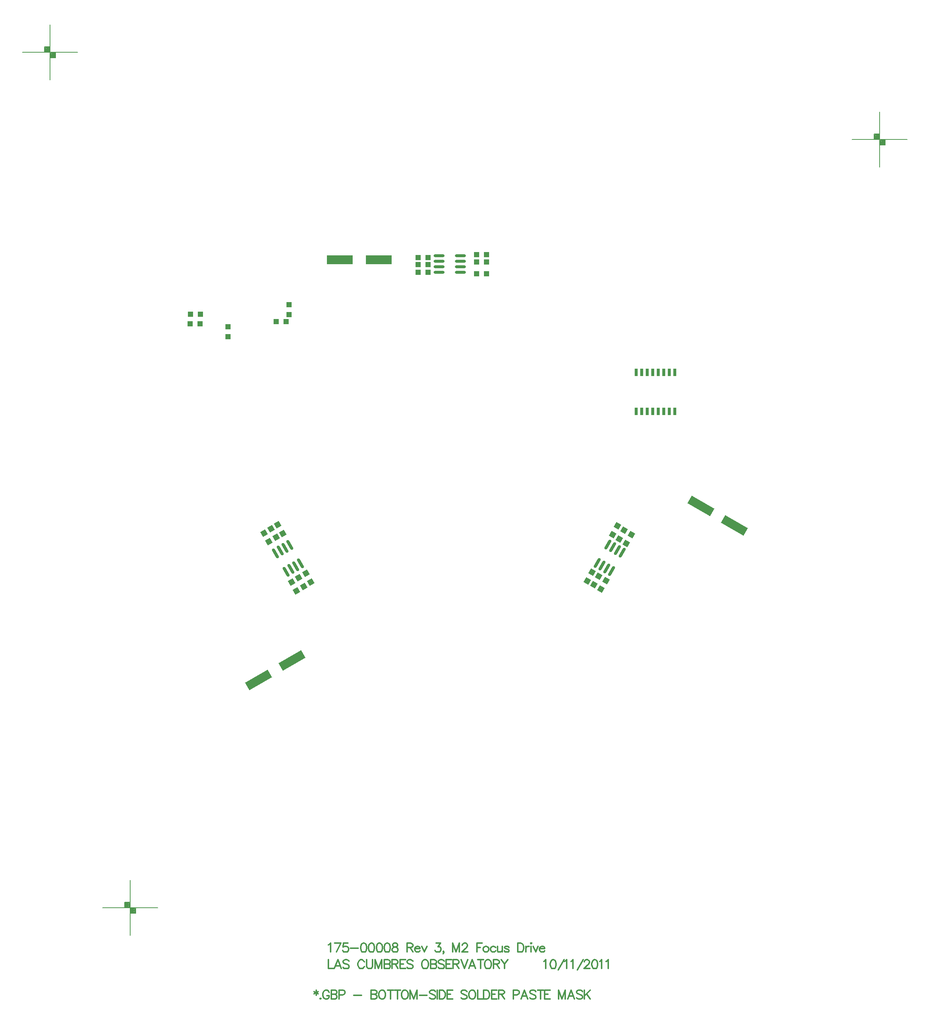
<source format=gbp>
%FSLAX23Y23*%
%MOIN*%
G70*
G01*
G75*
G04 Layer_Color=128*
%ADD10R,0.057X0.012*%
%ADD11R,0.025X0.185*%
%ADD12R,0.025X0.100*%
%ADD13O,0.079X0.024*%
%ADD14R,0.070X0.135*%
%ADD15R,0.036X0.036*%
%ADD16R,0.094X0.102*%
G04:AMPARAMS|DCode=17|XSize=78mil|YSize=48mil|CornerRadius=0mil|HoleSize=0mil|Usage=FLASHONLY|Rotation=240.000|XOffset=0mil|YOffset=0mil|HoleType=Round|Shape=Rectangle|*
%AMROTATEDRECTD17*
4,1,4,-0.001,0.046,0.040,0.022,0.001,-0.046,-0.040,-0.022,-0.001,0.046,0.0*
%
%ADD17ROTATEDRECTD17*%

%ADD18R,0.063X0.075*%
%ADD19R,0.050X0.050*%
%ADD20R,0.209X0.079*%
%ADD21R,0.200X0.040*%
%ADD22R,0.200X0.150*%
%ADD23R,0.087X0.059*%
%ADD24R,0.060X0.126*%
%ADD25O,0.012X0.069*%
%ADD26R,0.065X0.094*%
%ADD27O,0.027X0.010*%
%ADD28O,0.024X0.010*%
%ADD29R,0.039X0.059*%
%ADD30R,0.040X0.067*%
%ADD31R,0.051X0.059*%
%ADD32R,0.059X0.051*%
%ADD33O,0.098X0.028*%
%ADD34R,0.050X0.050*%
%ADD35R,0.048X0.078*%
%ADD36R,0.078X0.048*%
G04:AMPARAMS|DCode=37|XSize=78mil|YSize=48mil|CornerRadius=0mil|HoleSize=0mil|Usage=FLASHONLY|Rotation=120.000|XOffset=0mil|YOffset=0mil|HoleType=Round|Shape=Rectangle|*
%AMROTATEDRECTD37*
4,1,4,0.040,-0.022,-0.001,-0.046,-0.040,0.022,0.001,0.046,0.040,-0.022,0.0*
%
%ADD37ROTATEDRECTD37*%

%ADD38R,0.067X0.040*%
G04:AMPARAMS|DCode=39|XSize=135mil|YSize=70mil|CornerRadius=0mil|HoleSize=0mil|Usage=FLASHONLY|Rotation=30.000|XOffset=0mil|YOffset=0mil|HoleType=Round|Shape=Rectangle|*
%AMROTATEDRECTD39*
4,1,4,-0.041,-0.064,-0.076,-0.003,0.041,0.064,0.076,0.003,-0.041,-0.064,0.0*
%
%ADD39ROTATEDRECTD39*%

G04:AMPARAMS|DCode=40|XSize=135mil|YSize=70mil|CornerRadius=0mil|HoleSize=0mil|Usage=FLASHONLY|Rotation=150.000|XOffset=0mil|YOffset=0mil|HoleType=Round|Shape=Rectangle|*
%AMROTATEDRECTD40*
4,1,4,0.076,-0.003,0.041,-0.064,-0.076,0.003,-0.041,0.064,0.076,-0.003,0.0*
%
%ADD40ROTATEDRECTD40*%

%ADD41C,0.020*%
%ADD42C,0.005*%
%ADD43C,0.010*%
%ADD44C,0.050*%
%ADD45C,0.030*%
%ADD46C,0.012*%
%ADD47C,0.008*%
%ADD48C,0.012*%
%ADD49C,0.012*%
%ADD50R,0.079X0.039*%
%ADD51O,0.079X0.039*%
%ADD52C,0.079*%
%ADD53C,0.157*%
%ADD54C,0.120*%
%ADD55C,0.220*%
%ADD56C,0.039*%
%ADD57C,0.085*%
%ADD58C,0.055*%
%ADD59C,0.116*%
%ADD60P,0.078X4X165.0*%
%ADD61C,0.059*%
%ADD62P,0.084X4X255.0*%
%ADD63C,0.050*%
%ADD64P,0.099X4X105.0*%
%ADD65C,0.070*%
%ADD66C,0.219*%
%ADD67R,0.098X0.098*%
%ADD68C,0.098*%
%ADD69R,0.059X0.059*%
%ADD70C,0.059*%
%ADD71P,0.084X4X285.0*%
%ADD72P,0.084X4X195.0*%
%ADD73P,0.084X4X255.0*%
%ADD74R,0.059X0.059*%
%ADD75P,0.084X4X345.0*%
%ADD76R,0.070X0.070*%
%ADD77P,0.099X4X345.0*%
%ADD78P,0.084X4X375.0*%
%ADD79R,0.059X0.059*%
%ADD80C,0.335*%
%ADD81C,0.531*%
%ADD82C,0.413*%
%ADD83C,0.236*%
%ADD84C,0.026*%
%ADD85C,0.024*%
%ADD86C,0.030*%
%ADD87C,0.020*%
%ADD88C,0.040*%
%ADD89C,0.070*%
%ADD90C,0.076*%
%ADD91C,0.131*%
G04:AMPARAMS|DCode=92|XSize=130mil|YSize=130mil|CornerRadius=0mil|HoleSize=0mil|Usage=FLASHONLY|Rotation=0.000|XOffset=0mil|YOffset=0mil|HoleType=Round|Shape=Relief|Width=10mil|Gap=10mil|Entries=4|*
%AMTHD92*
7,0,0,0.130,0.110,0.010,45*
%
%ADD92THD92*%
%ADD93C,0.110*%
%ADD94C,0.206*%
%ADD95C,0.080*%
%ADD96C,0.102*%
%ADD97C,0.075*%
%ADD98C,0.168*%
%ADD99C,0.075*%
G04:AMPARAMS|DCode=100|XSize=95.433mil|YSize=95.433mil|CornerRadius=0mil|HoleSize=0mil|Usage=FLASHONLY|Rotation=0.000|XOffset=0mil|YOffset=0mil|HoleType=Round|Shape=Relief|Width=10mil|Gap=10mil|Entries=4|*
%AMTHD100*
7,0,0,0.095,0.075,0.010,45*
%
%ADD100THD100*%
%ADD101C,0.080*%
%ADD102C,0.099*%
%ADD103C,0.075*%
%ADD104C,0.375*%
%ADD105C,0.571*%
%ADD106C,0.257*%
%ADD107C,0.158*%
%ADD108C,0.053*%
%ADD109C,0.052*%
%ADD110C,0.065*%
G04:AMPARAMS|DCode=111|XSize=89.528mil|YSize=89.528mil|CornerRadius=0mil|HoleSize=0mil|Usage=FLASHONLY|Rotation=0.000|XOffset=0mil|YOffset=0mil|HoleType=Round|Shape=Relief|Width=10mil|Gap=10mil|Entries=4|*
%AMTHD111*
7,0,0,0.090,0.070,0.010,45*
%
%ADD111THD111*%
G04:AMPARAMS|DCode=112|XSize=96.221mil|YSize=96.221mil|CornerRadius=0mil|HoleSize=0mil|Usage=FLASHONLY|Rotation=0.000|XOffset=0mil|YOffset=0mil|HoleType=Round|Shape=Relief|Width=10mil|Gap=10mil|Entries=4|*
%AMTHD112*
7,0,0,0.096,0.076,0.010,45*
%
%ADD112THD112*%
G04:AMPARAMS|DCode=113|XSize=150.551mil|YSize=150.551mil|CornerRadius=0mil|HoleSize=0mil|Usage=FLASHONLY|Rotation=0.000|XOffset=0mil|YOffset=0mil|HoleType=Round|Shape=Relief|Width=10mil|Gap=10mil|Entries=4|*
%AMTHD113*
7,0,0,0.151,0.131,0.010,45*
%
%ADD113THD113*%
G04:AMPARAMS|DCode=114|XSize=122mil|YSize=122mil|CornerRadius=0mil|HoleSize=0mil|Usage=FLASHONLY|Rotation=0.000|XOffset=0mil|YOffset=0mil|HoleType=Round|Shape=Relief|Width=10mil|Gap=10mil|Entries=4|*
%AMTHD114*
7,0,0,0.122,0.102,0.010,45*
%
%ADD114THD114*%
G04:AMPARAMS|DCode=115|XSize=95mil|YSize=95mil|CornerRadius=0mil|HoleSize=0mil|Usage=FLASHONLY|Rotation=0.000|XOffset=0mil|YOffset=0mil|HoleType=Round|Shape=Relief|Width=10mil|Gap=10mil|Entries=4|*
%AMTHD115*
7,0,0,0.095,0.075,0.010,45*
%
%ADD115THD115*%
G04:AMPARAMS|DCode=116|XSize=90mil|YSize=90mil|CornerRadius=0mil|HoleSize=0mil|Usage=FLASHONLY|Rotation=0.000|XOffset=0mil|YOffset=0mil|HoleType=Round|Shape=Relief|Width=10mil|Gap=10mil|Entries=4|*
%AMTHD116*
7,0,0,0.090,0.070,0.010,45*
%
%ADD116THD116*%
G04:AMPARAMS|DCode=117|XSize=100mil|YSize=100mil|CornerRadius=0mil|HoleSize=0mil|Usage=FLASHONLY|Rotation=0.000|XOffset=0mil|YOffset=0mil|HoleType=Round|Shape=Relief|Width=10mil|Gap=10mil|Entries=4|*
%AMTHD117*
7,0,0,0.100,0.080,0.010,45*
%
%ADD117THD117*%
G04:AMPARAMS|DCode=118|XSize=95.433mil|YSize=95.433mil|CornerRadius=0mil|HoleSize=0mil|Usage=FLASHONLY|Rotation=0.000|XOffset=0mil|YOffset=0mil|HoleType=Round|Shape=Relief|Width=10mil|Gap=10mil|Entries=4|*
%AMTHD118*
7,0,0,0.095,0.075,0.010,45*
%
%ADD118THD118*%
G04:AMPARAMS|DCode=119|XSize=72.992mil|YSize=72.992mil|CornerRadius=0mil|HoleSize=0mil|Usage=FLASHONLY|Rotation=0.000|XOffset=0mil|YOffset=0mil|HoleType=Round|Shape=Relief|Width=10mil|Gap=10mil|Entries=4|*
%AMTHD119*
7,0,0,0.073,0.053,0.010,45*
%
%ADD119THD119*%
G04:AMPARAMS|DCode=120|XSize=72mil|YSize=72mil|CornerRadius=0mil|HoleSize=0mil|Usage=FLASHONLY|Rotation=0.000|XOffset=0mil|YOffset=0mil|HoleType=Round|Shape=Relief|Width=10mil|Gap=10mil|Entries=4|*
%AMTHD120*
7,0,0,0.072,0.052,0.010,45*
%
%ADD120THD120*%
G04:AMPARAMS|DCode=121|XSize=85mil|YSize=85mil|CornerRadius=0mil|HoleSize=0mil|Usage=FLASHONLY|Rotation=0.000|XOffset=0mil|YOffset=0mil|HoleType=Round|Shape=Relief|Width=10mil|Gap=10mil|Entries=4|*
%AMTHD121*
7,0,0,0.085,0.065,0.010,45*
%
%ADD121THD121*%
G04:AMPARAMS|DCode=122|XSize=28mil|YSize=98mil|CornerRadius=0mil|HoleSize=0mil|Usage=FLASHONLY|Rotation=210.000|XOffset=0mil|YOffset=0mil|HoleType=Round|Shape=Round|*
%AMOVALD122*
21,1,0.071,0.028,0.000,0.000,300.0*
1,1,0.028,-0.018,0.031*
1,1,0.028,0.018,-0.031*
%
%ADD122OVALD122*%

G04:AMPARAMS|DCode=123|XSize=79mil|YSize=236mil|CornerRadius=0mil|HoleSize=0mil|Usage=FLASHONLY|Rotation=240.000|XOffset=0mil|YOffset=0mil|HoleType=Round|Shape=Rectangle|*
%AMROTATEDRECTD123*
4,1,4,-0.083,0.093,0.122,-0.025,0.083,-0.093,-0.122,0.025,-0.083,0.093,0.0*
%
%ADD123ROTATEDRECTD123*%

%ADD124R,0.025X0.070*%
%ADD125R,0.236X0.079*%
G04:AMPARAMS|DCode=126|XSize=79mil|YSize=236mil|CornerRadius=0mil|HoleSize=0mil|Usage=FLASHONLY|Rotation=120.000|XOffset=0mil|YOffset=0mil|HoleType=Round|Shape=Rectangle|*
%AMROTATEDRECTD126*
4,1,4,0.122,0.025,-0.083,-0.093,-0.122,-0.025,0.083,0.093,0.122,0.025,0.0*
%
%ADD126ROTATEDRECTD126*%

%ADD127P,0.071X4X285.0*%
%ADD128P,0.071X4X165.0*%
G04:AMPARAMS|DCode=129|XSize=28mil|YSize=98mil|CornerRadius=0mil|HoleSize=0mil|Usage=FLASHONLY|Rotation=330.000|XOffset=0mil|YOffset=0mil|HoleType=Round|Shape=Round|*
%AMOVALD129*
21,1,0.071,0.028,0.000,0.000,60.0*
1,1,0.028,-0.018,-0.031*
1,1,0.028,0.018,0.031*
%
%ADD129OVALD129*%

%ADD130C,0.075*%
%ADD131C,0.010*%
%ADD132C,0.008*%
%ADD133C,0.020*%
%ADD134C,0.024*%
%ADD135C,0.007*%
%ADD136C,0.010*%
%ADD137C,0.006*%
%ADD138C,0.007*%
%ADD139R,0.020X0.082*%
%ADD140R,0.195X0.150*%
%ADD141R,0.061X0.016*%
%ADD142R,0.033X0.193*%
%ADD143R,0.033X0.108*%
%ADD144O,0.087X0.032*%
%ADD145R,0.078X0.143*%
%ADD146R,0.044X0.044*%
%ADD147R,0.102X0.110*%
G04:AMPARAMS|DCode=148|XSize=86mil|YSize=56mil|CornerRadius=0mil|HoleSize=0mil|Usage=FLASHONLY|Rotation=240.000|XOffset=0mil|YOffset=0mil|HoleType=Round|Shape=Rectangle|*
%AMROTATEDRECTD148*
4,1,4,-0.003,0.051,0.046,0.023,0.003,-0.051,-0.046,-0.023,-0.003,0.051,0.0*
%
%ADD148ROTATEDRECTD148*%

%ADD149R,0.071X0.083*%
%ADD150R,0.058X0.058*%
%ADD151R,0.217X0.087*%
%ADD152R,0.208X0.048*%
%ADD153R,0.208X0.158*%
%ADD154R,0.095X0.067*%
%ADD155R,0.068X0.134*%
%ADD156O,0.020X0.077*%
%ADD157R,0.073X0.102*%
%ADD158O,0.035X0.018*%
%ADD159O,0.032X0.018*%
%ADD160R,0.047X0.067*%
%ADD161R,0.048X0.075*%
%ADD162R,0.059X0.067*%
%ADD163R,0.067X0.059*%
%ADD164O,0.106X0.036*%
%ADD165R,0.058X0.058*%
%ADD166R,0.056X0.086*%
%ADD167R,0.086X0.056*%
G04:AMPARAMS|DCode=168|XSize=86mil|YSize=56mil|CornerRadius=0mil|HoleSize=0mil|Usage=FLASHONLY|Rotation=120.000|XOffset=0mil|YOffset=0mil|HoleType=Round|Shape=Rectangle|*
%AMROTATEDRECTD168*
4,1,4,0.046,-0.023,-0.003,-0.051,-0.046,0.023,0.003,0.051,0.046,-0.023,0.0*
%
%ADD168ROTATEDRECTD168*%

%ADD169R,0.075X0.048*%
G04:AMPARAMS|DCode=170|XSize=143mil|YSize=78mil|CornerRadius=0mil|HoleSize=0mil|Usage=FLASHONLY|Rotation=30.000|XOffset=0mil|YOffset=0mil|HoleType=Round|Shape=Rectangle|*
%AMROTATEDRECTD170*
4,1,4,-0.042,-0.070,-0.081,-0.002,0.042,0.070,0.081,0.002,-0.042,-0.070,0.0*
%
%ADD170ROTATEDRECTD170*%

G04:AMPARAMS|DCode=171|XSize=143mil|YSize=78mil|CornerRadius=0mil|HoleSize=0mil|Usage=FLASHONLY|Rotation=150.000|XOffset=0mil|YOffset=0mil|HoleType=Round|Shape=Rectangle|*
%AMROTATEDRECTD171*
4,1,4,0.081,-0.002,0.042,-0.070,-0.081,0.002,-0.042,0.070,0.081,-0.002,0.0*
%
%ADD171ROTATEDRECTD171*%

%ADD172R,0.087X0.047*%
%ADD173O,0.087X0.047*%
%ADD174C,0.087*%
%ADD175C,0.165*%
%ADD176C,0.128*%
%ADD177C,0.228*%
%ADD178C,0.047*%
%ADD179C,0.093*%
%ADD180C,0.063*%
%ADD181C,0.124*%
%ADD182P,0.089X4X165.0*%
%ADD183C,0.067*%
%ADD184P,0.095X4X255.0*%
%ADD185C,0.058*%
%ADD186P,0.110X4X105.0*%
%ADD187C,0.078*%
%ADD188C,0.227*%
%ADD189R,0.106X0.106*%
%ADD190C,0.106*%
%ADD191R,0.067X0.067*%
%ADD192C,0.067*%
%ADD193P,0.095X4X285.0*%
%ADD194P,0.095X4X195.0*%
%ADD195P,0.095X4X255.0*%
%ADD196R,0.067X0.067*%
%ADD197P,0.095X4X345.0*%
%ADD198R,0.078X0.078*%
%ADD199P,0.110X4X345.0*%
%ADD200P,0.095X4X375.0*%
%ADD201R,0.067X0.067*%
%ADD202C,0.343*%
%ADD203C,0.539*%
%ADD204C,0.421*%
%ADD205C,0.244*%
%ADD206C,0.032*%
%ADD207C,0.038*%
%ADD208C,0.028*%
%ADD209R,2.441X0.253*%
G04:AMPARAMS|DCode=210|XSize=36mil|YSize=106mil|CornerRadius=0mil|HoleSize=0mil|Usage=FLASHONLY|Rotation=210.000|XOffset=0mil|YOffset=0mil|HoleType=Round|Shape=Round|*
%AMOVALD210*
21,1,0.071,0.036,0.000,0.000,300.0*
1,1,0.036,-0.018,0.031*
1,1,0.036,0.018,-0.031*
%
%ADD210OVALD210*%

G04:AMPARAMS|DCode=211|XSize=87mil|YSize=244mil|CornerRadius=0mil|HoleSize=0mil|Usage=FLASHONLY|Rotation=240.000|XOffset=0mil|YOffset=0mil|HoleType=Round|Shape=Rectangle|*
%AMROTATEDRECTD211*
4,1,4,-0.084,0.099,0.127,-0.023,0.084,-0.099,-0.127,0.023,-0.084,0.099,0.0*
%
%ADD211ROTATEDRECTD211*%

%ADD212R,0.033X0.078*%
%ADD213R,0.244X0.087*%
G04:AMPARAMS|DCode=214|XSize=87mil|YSize=244mil|CornerRadius=0mil|HoleSize=0mil|Usage=FLASHONLY|Rotation=120.000|XOffset=0mil|YOffset=0mil|HoleType=Round|Shape=Rectangle|*
%AMROTATEDRECTD214*
4,1,4,0.127,0.023,-0.084,-0.099,-0.127,-0.023,0.084,0.099,0.127,0.023,0.0*
%
%ADD214ROTATEDRECTD214*%

%ADD215P,0.082X4X285.0*%
%ADD216P,0.082X4X165.0*%
G04:AMPARAMS|DCode=217|XSize=36mil|YSize=106mil|CornerRadius=0mil|HoleSize=0mil|Usage=FLASHONLY|Rotation=330.000|XOffset=0mil|YOffset=0mil|HoleType=Round|Shape=Round|*
%AMOVALD217*
21,1,0.071,0.036,0.000,0.000,60.0*
1,1,0.036,-0.018,-0.031*
1,1,0.036,0.018,0.031*
%
%ADD217OVALD217*%

%ADD218C,0.034*%
D19*
X30038Y32754D02*
D03*
Y32844D02*
D03*
X29486Y32645D02*
D03*
Y32555D02*
D03*
D33*
X31397Y33136D02*
D03*
Y33186D02*
D03*
Y33236D02*
D03*
Y33286D02*
D03*
X31590Y33136D02*
D03*
Y33186D02*
D03*
Y33236D02*
D03*
Y33286D02*
D03*
D34*
X29923Y32689D02*
D03*
X30013D02*
D03*
X29231Y32670D02*
D03*
X29141D02*
D03*
X29146Y32758D02*
D03*
X29236D02*
D03*
X31209Y33271D02*
D03*
X31299D02*
D03*
Y33136D02*
D03*
X31209D02*
D03*
X31828Y33123D02*
D03*
X31738D02*
D03*
X31829Y33296D02*
D03*
X31739D02*
D03*
Y33231D02*
D03*
X31829D02*
D03*
X31299Y33206D02*
D03*
X31209D02*
D03*
D47*
X35143Y34340D02*
X35643D01*
X35393Y34090D02*
Y34590D01*
X35443Y34290D02*
Y34340D01*
X35393Y34290D02*
X35443D01*
X35343Y34340D02*
Y34390D01*
X35393D01*
X35348Y34345D02*
X35388D01*
X35348D02*
Y34385D01*
X35388D01*
Y34345D02*
Y34385D01*
X35353Y34350D02*
X35383D01*
X35353D02*
Y34380D01*
X35383D01*
Y34355D02*
Y34380D01*
X35358Y34355D02*
X35378D01*
X35358D02*
Y34375D01*
X35378D01*
Y34360D02*
Y34375D01*
X35363Y34360D02*
X35373D01*
X35363D02*
Y34370D01*
X35373D01*
Y34360D02*
Y34370D01*
X35363Y34365D02*
X35373D01*
X35398Y34295D02*
X35438D01*
X35398D02*
Y34335D01*
X35438D01*
Y34295D02*
Y34335D01*
X35403Y34300D02*
X35433D01*
X35403D02*
Y34330D01*
X35433D01*
Y34305D02*
Y34330D01*
X35408Y34305D02*
X35428D01*
X35408D02*
Y34325D01*
X35428D01*
Y34310D02*
Y34325D01*
X35413Y34310D02*
X35423D01*
X35413D02*
Y34320D01*
X35423D01*
Y34310D02*
Y34320D01*
X35413Y34315D02*
X35423D01*
X27623Y35130D02*
X28123D01*
X27873Y34880D02*
Y35380D01*
X27923Y35080D02*
Y35130D01*
X27873Y35080D02*
X27923D01*
X27823Y35130D02*
Y35180D01*
X27873D01*
X27828Y35135D02*
X27868D01*
X27828D02*
Y35175D01*
X27868D01*
Y35135D02*
Y35175D01*
X27833Y35140D02*
X27863D01*
X27833D02*
Y35170D01*
X27863D01*
Y35145D02*
Y35170D01*
X27838Y35145D02*
X27858D01*
X27838D02*
Y35165D01*
X27858D01*
Y35150D02*
Y35165D01*
X27843Y35150D02*
X27853D01*
X27843D02*
Y35160D01*
X27853D01*
Y35150D02*
Y35160D01*
X27843Y35155D02*
X27853D01*
X27878Y35085D02*
X27918D01*
X27878D02*
Y35125D01*
X27918D01*
Y35085D02*
Y35125D01*
X27883Y35090D02*
X27913D01*
X27883D02*
Y35120D01*
X27913D01*
Y35095D02*
Y35120D01*
X27888Y35095D02*
X27908D01*
X27888D02*
Y35115D01*
X27908D01*
Y35100D02*
Y35115D01*
X27893Y35100D02*
X27903D01*
X27893D02*
Y35110D01*
X27903D01*
Y35100D02*
Y35110D01*
X27893Y35105D02*
X27903D01*
X28347Y27380D02*
X28847D01*
X28597Y27130D02*
Y27630D01*
X28647Y27330D02*
Y27380D01*
X28597Y27330D02*
X28647D01*
X28547Y27380D02*
Y27430D01*
X28597D01*
X28552Y27385D02*
X28592D01*
X28552D02*
Y27425D01*
X28592D01*
Y27385D02*
Y27425D01*
X28557Y27390D02*
X28587D01*
X28557D02*
Y27420D01*
X28587D01*
Y27395D02*
Y27420D01*
X28562Y27395D02*
X28582D01*
X28562D02*
Y27415D01*
X28582D01*
Y27400D02*
Y27415D01*
X28567Y27400D02*
X28577D01*
X28567D02*
Y27410D01*
X28577D01*
Y27400D02*
Y27410D01*
X28567Y27405D02*
X28577D01*
X28602Y27335D02*
X28642D01*
X28602D02*
Y27375D01*
X28642D01*
Y27335D02*
Y27375D01*
X28607Y27340D02*
X28637D01*
X28607D02*
Y27370D01*
X28637D01*
Y27345D02*
Y27370D01*
X28612Y27345D02*
X28632D01*
X28612D02*
Y27365D01*
X28632D01*
Y27350D02*
Y27365D01*
X28617Y27350D02*
X28627D01*
X28617D02*
Y27360D01*
X28627D01*
Y27350D02*
Y27360D01*
X28617Y27355D02*
X28627D01*
D48*
X30395Y26909D02*
Y26829D01*
X30440D01*
X30510D02*
X30480Y26909D01*
X30449Y26829D01*
X30461Y26855D02*
X30499D01*
X30582Y26897D02*
X30575Y26905D01*
X30563Y26909D01*
X30548D01*
X30536Y26905D01*
X30529Y26897D01*
Y26889D01*
X30533Y26882D01*
X30536Y26878D01*
X30544Y26874D01*
X30567Y26867D01*
X30575Y26863D01*
X30578Y26859D01*
X30582Y26851D01*
Y26840D01*
X30575Y26832D01*
X30563Y26829D01*
X30548D01*
X30536Y26832D01*
X30529Y26840D01*
X30720Y26889D02*
X30716Y26897D01*
X30709Y26905D01*
X30701Y26909D01*
X30686D01*
X30678Y26905D01*
X30671Y26897D01*
X30667Y26889D01*
X30663Y26878D01*
Y26859D01*
X30667Y26848D01*
X30671Y26840D01*
X30678Y26832D01*
X30686Y26829D01*
X30701D01*
X30709Y26832D01*
X30716Y26840D01*
X30720Y26848D01*
X30742Y26909D02*
Y26851D01*
X30746Y26840D01*
X30754Y26832D01*
X30765Y26829D01*
X30773D01*
X30784Y26832D01*
X30792Y26840D01*
X30796Y26851D01*
Y26909D01*
X30818D02*
Y26829D01*
Y26909D02*
X30848Y26829D01*
X30879Y26909D02*
X30848Y26829D01*
X30879Y26909D02*
Y26829D01*
X30902Y26909D02*
Y26829D01*
Y26909D02*
X30936D01*
X30947Y26905D01*
X30951Y26901D01*
X30955Y26893D01*
Y26886D01*
X30951Y26878D01*
X30947Y26874D01*
X30936Y26870D01*
X30902D02*
X30936D01*
X30947Y26867D01*
X30951Y26863D01*
X30955Y26855D01*
Y26844D01*
X30951Y26836D01*
X30947Y26832D01*
X30936Y26829D01*
X30902D01*
X30973Y26909D02*
Y26829D01*
Y26909D02*
X31007D01*
X31019Y26905D01*
X31022Y26901D01*
X31026Y26893D01*
Y26886D01*
X31022Y26878D01*
X31019Y26874D01*
X31007Y26870D01*
X30973D01*
X31000D02*
X31026Y26829D01*
X31094Y26909D02*
X31044D01*
Y26829D01*
X31094D01*
X31044Y26870D02*
X31075D01*
X31160Y26897D02*
X31153Y26905D01*
X31141Y26909D01*
X31126D01*
X31115Y26905D01*
X31107Y26897D01*
Y26889D01*
X31111Y26882D01*
X31115Y26878D01*
X31122Y26874D01*
X31145Y26867D01*
X31153Y26863D01*
X31157Y26859D01*
X31160Y26851D01*
Y26840D01*
X31153Y26832D01*
X31141Y26829D01*
X31126D01*
X31115Y26832D01*
X31107Y26840D01*
X31264Y26909D02*
X31256Y26905D01*
X31249Y26897D01*
X31245Y26889D01*
X31241Y26878D01*
Y26859D01*
X31245Y26848D01*
X31249Y26840D01*
X31256Y26832D01*
X31264Y26829D01*
X31279D01*
X31287Y26832D01*
X31294Y26840D01*
X31298Y26848D01*
X31302Y26859D01*
Y26878D01*
X31298Y26889D01*
X31294Y26897D01*
X31287Y26905D01*
X31279Y26909D01*
X31264D01*
X31321D02*
Y26829D01*
Y26909D02*
X31355D01*
X31366Y26905D01*
X31370Y26901D01*
X31374Y26893D01*
Y26886D01*
X31370Y26878D01*
X31366Y26874D01*
X31355Y26870D01*
X31321D02*
X31355D01*
X31366Y26867D01*
X31370Y26863D01*
X31374Y26855D01*
Y26844D01*
X31370Y26836D01*
X31366Y26832D01*
X31355Y26829D01*
X31321D01*
X31445Y26897D02*
X31438Y26905D01*
X31426Y26909D01*
X31411D01*
X31399Y26905D01*
X31392Y26897D01*
Y26889D01*
X31396Y26882D01*
X31399Y26878D01*
X31407Y26874D01*
X31430Y26867D01*
X31438Y26863D01*
X31441Y26859D01*
X31445Y26851D01*
Y26840D01*
X31438Y26832D01*
X31426Y26829D01*
X31411D01*
X31399Y26832D01*
X31392Y26840D01*
X31513Y26909D02*
X31463D01*
Y26829D01*
X31513D01*
X31463Y26870D02*
X31494D01*
X31526Y26909D02*
Y26829D01*
Y26909D02*
X31560D01*
X31572Y26905D01*
X31575Y26901D01*
X31579Y26893D01*
Y26886D01*
X31575Y26878D01*
X31572Y26874D01*
X31560Y26870D01*
X31526D01*
X31553D02*
X31579Y26829D01*
X31597Y26909D02*
X31628Y26829D01*
X31658Y26909D02*
X31628Y26829D01*
X31729D02*
X31699Y26909D01*
X31668Y26829D01*
X31680Y26855D02*
X31718D01*
X31775Y26909D02*
Y26829D01*
X31748Y26909D02*
X31801D01*
X31834D02*
X31826Y26905D01*
X31818Y26897D01*
X31815Y26889D01*
X31811Y26878D01*
Y26859D01*
X31815Y26848D01*
X31818Y26840D01*
X31826Y26832D01*
X31834Y26829D01*
X31849D01*
X31857Y26832D01*
X31864Y26840D01*
X31868Y26848D01*
X31872Y26859D01*
Y26878D01*
X31868Y26889D01*
X31864Y26897D01*
X31857Y26905D01*
X31849Y26909D01*
X31834D01*
X31890D02*
Y26829D01*
Y26909D02*
X31925D01*
X31936Y26905D01*
X31940Y26901D01*
X31944Y26893D01*
Y26886D01*
X31940Y26878D01*
X31936Y26874D01*
X31925Y26870D01*
X31890D01*
X31917D02*
X31944Y26829D01*
X31962Y26909D02*
X31992Y26870D01*
Y26829D01*
X32023Y26909D02*
X31992Y26870D01*
X32347Y26893D02*
X32355Y26897D01*
X32366Y26909D01*
Y26829D01*
X32429Y26909D02*
X32417Y26905D01*
X32410Y26893D01*
X32406Y26874D01*
Y26863D01*
X32410Y26844D01*
X32417Y26832D01*
X32429Y26829D01*
X32436D01*
X32448Y26832D01*
X32455Y26844D01*
X32459Y26863D01*
Y26874D01*
X32455Y26893D01*
X32448Y26905D01*
X32436Y26909D01*
X32429D01*
X32477Y26817D02*
X32530Y26909D01*
X32536Y26893D02*
X32543Y26897D01*
X32555Y26909D01*
Y26829D01*
X32594Y26893D02*
X32602Y26897D01*
X32613Y26909D01*
Y26829D01*
X32653Y26817D02*
X32706Y26909D01*
X32715Y26889D02*
Y26893D01*
X32719Y26901D01*
X32723Y26905D01*
X32731Y26909D01*
X32746D01*
X32753Y26905D01*
X32757Y26901D01*
X32761Y26893D01*
Y26886D01*
X32757Y26878D01*
X32750Y26867D01*
X32712Y26829D01*
X32765D01*
X32806Y26909D02*
X32794Y26905D01*
X32787Y26893D01*
X32783Y26874D01*
Y26863D01*
X32787Y26844D01*
X32794Y26832D01*
X32806Y26829D01*
X32813D01*
X32825Y26832D01*
X32832Y26844D01*
X32836Y26863D01*
Y26874D01*
X32832Y26893D01*
X32825Y26905D01*
X32813Y26909D01*
X32806D01*
X32854Y26893D02*
X32862Y26897D01*
X32873Y26909D01*
Y26829D01*
X32913Y26893D02*
X32920Y26897D01*
X32932Y26909D01*
Y26829D01*
D49*
X30284Y26634D02*
Y26588D01*
X30265Y26622D02*
X30303Y26600D01*
Y26622D02*
X30265Y26600D01*
X30323Y26561D02*
X30319Y26558D01*
X30323Y26554D01*
X30327Y26558D01*
X30323Y26561D01*
X30402Y26615D02*
X30398Y26622D01*
X30390Y26630D01*
X30383Y26634D01*
X30367D01*
X30360Y26630D01*
X30352Y26622D01*
X30348Y26615D01*
X30344Y26603D01*
Y26584D01*
X30348Y26573D01*
X30352Y26565D01*
X30360Y26558D01*
X30367Y26554D01*
X30383D01*
X30390Y26558D01*
X30398Y26565D01*
X30402Y26573D01*
Y26584D01*
X30383D02*
X30402D01*
X30420Y26634D02*
Y26554D01*
Y26634D02*
X30454D01*
X30466Y26630D01*
X30469Y26626D01*
X30473Y26619D01*
Y26611D01*
X30469Y26603D01*
X30466Y26600D01*
X30454Y26596D01*
X30420D02*
X30454D01*
X30466Y26592D01*
X30469Y26588D01*
X30473Y26580D01*
Y26569D01*
X30469Y26561D01*
X30466Y26558D01*
X30454Y26554D01*
X30420D01*
X30491Y26592D02*
X30525D01*
X30537Y26596D01*
X30541Y26600D01*
X30544Y26607D01*
Y26619D01*
X30541Y26626D01*
X30537Y26630D01*
X30525Y26634D01*
X30491D01*
Y26554D01*
X30625Y26588D02*
X30694D01*
X30780Y26634D02*
Y26554D01*
Y26634D02*
X30814D01*
X30826Y26630D01*
X30830Y26626D01*
X30834Y26619D01*
Y26611D01*
X30830Y26603D01*
X30826Y26600D01*
X30814Y26596D01*
X30780D02*
X30814D01*
X30826Y26592D01*
X30830Y26588D01*
X30834Y26580D01*
Y26569D01*
X30830Y26561D01*
X30826Y26558D01*
X30814Y26554D01*
X30780D01*
X30874Y26634D02*
X30867Y26630D01*
X30859Y26622D01*
X30855Y26615D01*
X30851Y26603D01*
Y26584D01*
X30855Y26573D01*
X30859Y26565D01*
X30867Y26558D01*
X30874Y26554D01*
X30889D01*
X30897Y26558D01*
X30905Y26565D01*
X30909Y26573D01*
X30912Y26584D01*
Y26603D01*
X30909Y26615D01*
X30905Y26622D01*
X30897Y26630D01*
X30889Y26634D01*
X30874D01*
X30958D02*
Y26554D01*
X30931Y26634D02*
X30984D01*
X31021D02*
Y26554D01*
X30994Y26634D02*
X31047D01*
X31080D02*
X31072Y26630D01*
X31064Y26622D01*
X31060Y26615D01*
X31057Y26603D01*
Y26584D01*
X31060Y26573D01*
X31064Y26565D01*
X31072Y26558D01*
X31080Y26554D01*
X31095D01*
X31102Y26558D01*
X31110Y26565D01*
X31114Y26573D01*
X31118Y26584D01*
Y26603D01*
X31114Y26615D01*
X31110Y26622D01*
X31102Y26630D01*
X31095Y26634D01*
X31080D01*
X31136D02*
Y26554D01*
Y26634D02*
X31167Y26554D01*
X31197Y26634D02*
X31167Y26554D01*
X31197Y26634D02*
Y26554D01*
X31220Y26588D02*
X31289D01*
X31366Y26622D02*
X31358Y26630D01*
X31347Y26634D01*
X31331D01*
X31320Y26630D01*
X31312Y26622D01*
Y26615D01*
X31316Y26607D01*
X31320Y26603D01*
X31327Y26600D01*
X31350Y26592D01*
X31358Y26588D01*
X31362Y26584D01*
X31366Y26577D01*
Y26565D01*
X31358Y26558D01*
X31347Y26554D01*
X31331D01*
X31320Y26558D01*
X31312Y26565D01*
X31383Y26634D02*
Y26554D01*
X31400Y26634D02*
Y26554D01*
Y26634D02*
X31427D01*
X31438Y26630D01*
X31446Y26622D01*
X31450Y26615D01*
X31454Y26603D01*
Y26584D01*
X31450Y26573D01*
X31446Y26565D01*
X31438Y26558D01*
X31427Y26554D01*
X31400D01*
X31521Y26634D02*
X31471D01*
Y26554D01*
X31521D01*
X31471Y26596D02*
X31502D01*
X31650Y26622D02*
X31643Y26630D01*
X31631Y26634D01*
X31616D01*
X31605Y26630D01*
X31597Y26622D01*
Y26615D01*
X31601Y26607D01*
X31605Y26603D01*
X31612Y26600D01*
X31635Y26592D01*
X31643Y26588D01*
X31647Y26584D01*
X31650Y26577D01*
Y26565D01*
X31643Y26558D01*
X31631Y26554D01*
X31616D01*
X31605Y26558D01*
X31597Y26565D01*
X31691Y26634D02*
X31684Y26630D01*
X31676Y26622D01*
X31672Y26615D01*
X31668Y26603D01*
Y26584D01*
X31672Y26573D01*
X31676Y26565D01*
X31684Y26558D01*
X31691Y26554D01*
X31706D01*
X31714Y26558D01*
X31722Y26565D01*
X31726Y26573D01*
X31729Y26584D01*
Y26603D01*
X31726Y26615D01*
X31722Y26622D01*
X31714Y26630D01*
X31706Y26634D01*
X31691D01*
X31748D02*
Y26554D01*
X31794D01*
X31802Y26634D02*
Y26554D01*
Y26634D02*
X31829D01*
X31841Y26630D01*
X31848Y26622D01*
X31852Y26615D01*
X31856Y26603D01*
Y26584D01*
X31852Y26573D01*
X31848Y26565D01*
X31841Y26558D01*
X31829Y26554D01*
X31802D01*
X31923Y26634D02*
X31874D01*
Y26554D01*
X31923D01*
X31874Y26596D02*
X31904D01*
X31937Y26634D02*
Y26554D01*
Y26634D02*
X31971D01*
X31982Y26630D01*
X31986Y26626D01*
X31990Y26619D01*
Y26611D01*
X31986Y26603D01*
X31982Y26600D01*
X31971Y26596D01*
X31937D01*
X31963D02*
X31990Y26554D01*
X32071Y26592D02*
X32105D01*
X32116Y26596D01*
X32120Y26600D01*
X32124Y26607D01*
Y26619D01*
X32120Y26626D01*
X32116Y26630D01*
X32105Y26634D01*
X32071D01*
Y26554D01*
X32203D02*
X32172Y26634D01*
X32142Y26554D01*
X32153Y26580D02*
X32191D01*
X32275Y26622D02*
X32267Y26630D01*
X32256Y26634D01*
X32240D01*
X32229Y26630D01*
X32221Y26622D01*
Y26615D01*
X32225Y26607D01*
X32229Y26603D01*
X32237Y26600D01*
X32259Y26592D01*
X32267Y26588D01*
X32271Y26584D01*
X32275Y26577D01*
Y26565D01*
X32267Y26558D01*
X32256Y26554D01*
X32240D01*
X32229Y26558D01*
X32221Y26565D01*
X32319Y26634D02*
Y26554D01*
X32293Y26634D02*
X32346D01*
X32405D02*
X32355D01*
Y26554D01*
X32405D01*
X32355Y26596D02*
X32386D01*
X32481Y26634D02*
Y26554D01*
Y26634D02*
X32512Y26554D01*
X32542Y26634D02*
X32512Y26554D01*
X32542Y26634D02*
Y26554D01*
X32626D02*
X32595Y26634D01*
X32565Y26554D01*
X32576Y26580D02*
X32614D01*
X32698Y26622D02*
X32690Y26630D01*
X32679Y26634D01*
X32664D01*
X32652Y26630D01*
X32645Y26622D01*
Y26615D01*
X32648Y26607D01*
X32652Y26603D01*
X32660Y26600D01*
X32683Y26592D01*
X32690Y26588D01*
X32694Y26584D01*
X32698Y26577D01*
Y26565D01*
X32690Y26558D01*
X32679Y26554D01*
X32664D01*
X32652Y26558D01*
X32645Y26565D01*
X32716Y26634D02*
Y26554D01*
X32769Y26634D02*
X32716Y26580D01*
X32735Y26600D02*
X32769Y26554D01*
X30395Y27043D02*
X30402Y27047D01*
X30414Y27059D01*
Y26979D01*
X30507Y27059D02*
X30469Y26979D01*
X30453Y27059D02*
X30507D01*
X30570D02*
X30532D01*
X30528Y27024D01*
X30532Y27028D01*
X30544Y27032D01*
X30555D01*
X30567Y27028D01*
X30574Y27020D01*
X30578Y27009D01*
Y27001D01*
X30574Y26990D01*
X30567Y26982D01*
X30555Y26979D01*
X30544D01*
X30532Y26982D01*
X30528Y26986D01*
X30525Y26994D01*
X30596Y27013D02*
X30664D01*
X30711Y27059D02*
X30699Y27055D01*
X30692Y27043D01*
X30688Y27024D01*
Y27013D01*
X30692Y26994D01*
X30699Y26982D01*
X30711Y26979D01*
X30719D01*
X30730Y26982D01*
X30738Y26994D01*
X30741Y27013D01*
Y27024D01*
X30738Y27043D01*
X30730Y27055D01*
X30719Y27059D01*
X30711D01*
X30782D02*
X30771Y27055D01*
X30763Y27043D01*
X30759Y27024D01*
Y27013D01*
X30763Y26994D01*
X30771Y26982D01*
X30782Y26979D01*
X30790D01*
X30801Y26982D01*
X30809Y26994D01*
X30813Y27013D01*
Y27024D01*
X30809Y27043D01*
X30801Y27055D01*
X30790Y27059D01*
X30782D01*
X30853D02*
X30842Y27055D01*
X30834Y27043D01*
X30830Y27024D01*
Y27013D01*
X30834Y26994D01*
X30842Y26982D01*
X30853Y26979D01*
X30861D01*
X30872Y26982D01*
X30880Y26994D01*
X30884Y27013D01*
Y27024D01*
X30880Y27043D01*
X30872Y27055D01*
X30861Y27059D01*
X30853D01*
X30925D02*
X30913Y27055D01*
X30906Y27043D01*
X30902Y27024D01*
Y27013D01*
X30906Y26994D01*
X30913Y26982D01*
X30925Y26979D01*
X30932D01*
X30944Y26982D01*
X30951Y26994D01*
X30955Y27013D01*
Y27024D01*
X30951Y27043D01*
X30944Y27055D01*
X30932Y27059D01*
X30925D01*
X30992D02*
X30981Y27055D01*
X30977Y27047D01*
Y27039D01*
X30981Y27032D01*
X30988Y27028D01*
X31003Y27024D01*
X31015Y27020D01*
X31022Y27013D01*
X31026Y27005D01*
Y26994D01*
X31022Y26986D01*
X31019Y26982D01*
X31007Y26979D01*
X30992D01*
X30981Y26982D01*
X30977Y26986D01*
X30973Y26994D01*
Y27005D01*
X30977Y27013D01*
X30984Y27020D01*
X30996Y27024D01*
X31011Y27028D01*
X31019Y27032D01*
X31022Y27039D01*
Y27047D01*
X31019Y27055D01*
X31007Y27059D01*
X30992D01*
X31107D02*
Y26979D01*
Y27059D02*
X31141D01*
X31153Y27055D01*
X31157Y27051D01*
X31160Y27043D01*
Y27036D01*
X31157Y27028D01*
X31153Y27024D01*
X31141Y27020D01*
X31107D01*
X31134D02*
X31160Y26979D01*
X31178Y27009D02*
X31224D01*
Y27017D01*
X31220Y27024D01*
X31216Y27028D01*
X31209Y27032D01*
X31197D01*
X31190Y27028D01*
X31182Y27020D01*
X31178Y27009D01*
Y27001D01*
X31182Y26990D01*
X31190Y26982D01*
X31197Y26979D01*
X31209D01*
X31216Y26982D01*
X31224Y26990D01*
X31241Y27032D02*
X31264Y26979D01*
X31287Y27032D02*
X31264Y26979D01*
X31370Y27059D02*
X31412D01*
X31389Y27028D01*
X31401D01*
X31408Y27024D01*
X31412Y27020D01*
X31416Y27009D01*
Y27001D01*
X31412Y26990D01*
X31404Y26982D01*
X31393Y26979D01*
X31382D01*
X31370Y26982D01*
X31366Y26986D01*
X31363Y26994D01*
X31441Y26982D02*
X31438Y26979D01*
X31434Y26982D01*
X31438Y26986D01*
X31441Y26982D01*
Y26975D01*
X31438Y26967D01*
X31434Y26963D01*
X31522Y27059D02*
Y26979D01*
Y27059D02*
X31552Y26979D01*
X31583Y27059D02*
X31552Y26979D01*
X31583Y27059D02*
Y26979D01*
X31609Y27039D02*
Y27043D01*
X31613Y27051D01*
X31617Y27055D01*
X31625Y27059D01*
X31640D01*
X31647Y27055D01*
X31651Y27051D01*
X31655Y27043D01*
Y27036D01*
X31651Y27028D01*
X31644Y27017D01*
X31606Y26979D01*
X31659D01*
X31740Y27059D02*
Y26979D01*
Y27059D02*
X31789D01*
X31740Y27020D02*
X31770D01*
X31817Y27032D02*
X31810Y27028D01*
X31802Y27020D01*
X31798Y27009D01*
Y27001D01*
X31802Y26990D01*
X31810Y26982D01*
X31817Y26979D01*
X31829D01*
X31836Y26982D01*
X31844Y26990D01*
X31848Y27001D01*
Y27009D01*
X31844Y27020D01*
X31836Y27028D01*
X31829Y27032D01*
X31817D01*
X31911Y27020D02*
X31903Y27028D01*
X31896Y27032D01*
X31884D01*
X31877Y27028D01*
X31869Y27020D01*
X31865Y27009D01*
Y27001D01*
X31869Y26990D01*
X31877Y26982D01*
X31884Y26979D01*
X31896D01*
X31903Y26982D01*
X31911Y26990D01*
X31928Y27032D02*
Y26994D01*
X31932Y26982D01*
X31940Y26979D01*
X31951D01*
X31959Y26982D01*
X31970Y26994D01*
Y27032D02*
Y26979D01*
X32033Y27020D02*
X32029Y27028D01*
X32018Y27032D01*
X32006D01*
X31995Y27028D01*
X31991Y27020D01*
X31995Y27013D01*
X32002Y27009D01*
X32021Y27005D01*
X32029Y27001D01*
X32033Y26994D01*
Y26990D01*
X32029Y26982D01*
X32018Y26979D01*
X32006D01*
X31995Y26982D01*
X31991Y26990D01*
X32112Y27059D02*
Y26979D01*
Y27059D02*
X32139D01*
X32151Y27055D01*
X32158Y27047D01*
X32162Y27039D01*
X32166Y27028D01*
Y27009D01*
X32162Y26998D01*
X32158Y26990D01*
X32151Y26982D01*
X32139Y26979D01*
X32112D01*
X32184Y27032D02*
Y26979D01*
Y27009D02*
X32188Y27020D01*
X32195Y27028D01*
X32203Y27032D01*
X32214D01*
X32229Y27059D02*
X32233Y27055D01*
X32237Y27059D01*
X32233Y27062D01*
X32229Y27059D01*
X32233Y27032D02*
Y26979D01*
X32251Y27032D02*
X32274Y26979D01*
X32296Y27032D02*
X32274Y26979D01*
X32309Y27009D02*
X32355D01*
Y27017D01*
X32351Y27024D01*
X32347Y27028D01*
X32340Y27032D01*
X32328D01*
X32321Y27028D01*
X32313Y27020D01*
X32309Y27009D01*
Y27001D01*
X32313Y26990D01*
X32321Y26982D01*
X32328Y26979D01*
X32340D01*
X32347Y26982D01*
X32355Y26990D01*
D122*
X30142Y30500D02*
D03*
X30099Y30475D02*
D03*
X30055Y30450D02*
D03*
X30012Y30425D02*
D03*
X30046Y30667D02*
D03*
X30002Y30642D02*
D03*
X29959Y30617D02*
D03*
X29916Y30592D02*
D03*
D123*
X33771Y31019D02*
D03*
X34076Y30843D02*
D03*
D124*
X33184Y31876D02*
D03*
X33234D02*
D03*
X33284D02*
D03*
X33334D02*
D03*
X33384D02*
D03*
X33434D02*
D03*
X33484D02*
D03*
X33534D02*
D03*
Y32231D02*
D03*
X33484D02*
D03*
X33434D02*
D03*
X33384D02*
D03*
X33334D02*
D03*
X33284D02*
D03*
X33234D02*
D03*
X33184D02*
D03*
D125*
X30498Y33251D02*
D03*
X30850D02*
D03*
D126*
X29761Y29443D02*
D03*
X30066Y29619D02*
D03*
D127*
X33141Y30760D02*
D03*
X33096Y30682D02*
D03*
X32970Y30762D02*
D03*
X33015Y30840D02*
D03*
X32741Y30342D02*
D03*
X32786Y30420D02*
D03*
X32866Y30267D02*
D03*
X32911Y30345D02*
D03*
X32846Y30385D02*
D03*
X32801Y30307D02*
D03*
X33031Y30722D02*
D03*
X33076Y30800D02*
D03*
D128*
X30106Y30252D02*
D03*
X30061Y30330D02*
D03*
X30191Y30410D02*
D03*
X30236Y30332D02*
D03*
X29936Y30850D02*
D03*
X29981Y30772D02*
D03*
X29811Y30775D02*
D03*
X29856Y30697D02*
D03*
X29921Y30737D02*
D03*
X29876Y30815D02*
D03*
X30126Y30370D02*
D03*
X30171Y30292D02*
D03*
D129*
X32927Y30672D02*
D03*
X32970Y30647D02*
D03*
X33014Y30622D02*
D03*
X33057Y30597D02*
D03*
X32831Y30505D02*
D03*
X32874Y30480D02*
D03*
X32917Y30455D02*
D03*
X32961Y30430D02*
D03*
M02*

</source>
